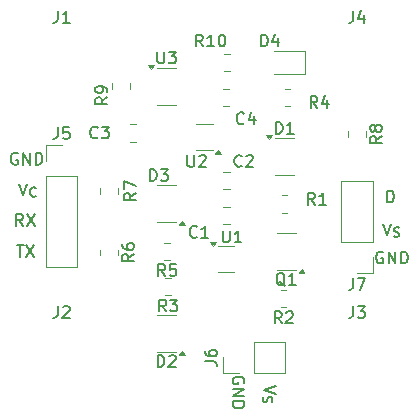
<source format=gbr>
%TF.GenerationSoftware,KiCad,Pcbnew,8.0.1*%
%TF.CreationDate,2024-11-19T12:42:29-08:00*%
%TF.ProjectId,DuplexUARTtoHalf,4475706c-6578-4554-9152-54746f48616c,rev?*%
%TF.SameCoordinates,Original*%
%TF.FileFunction,Legend,Top*%
%TF.FilePolarity,Positive*%
%FSLAX46Y46*%
G04 Gerber Fmt 4.6, Leading zero omitted, Abs format (unit mm)*
G04 Created by KiCad (PCBNEW 8.0.1) date 2024-11-19 12:42:29*
%MOMM*%
%LPD*%
G01*
G04 APERTURE LIST*
%ADD10C,0.150000*%
%ADD11C,0.120000*%
G04 APERTURE END LIST*
D10*
X172536779Y-86869819D02*
X172536779Y-85869819D01*
X172536779Y-85869819D02*
X172774874Y-85869819D01*
X172774874Y-85869819D02*
X172917731Y-85917438D01*
X172917731Y-85917438D02*
X173012969Y-86012676D01*
X173012969Y-86012676D02*
X173060588Y-86107914D01*
X173060588Y-86107914D02*
X173108207Y-86298390D01*
X173108207Y-86298390D02*
X173108207Y-86441247D01*
X173108207Y-86441247D02*
X173060588Y-86631723D01*
X173060588Y-86631723D02*
X173012969Y-86726961D01*
X173012969Y-86726961D02*
X172917731Y-86822200D01*
X172917731Y-86822200D02*
X172774874Y-86869819D01*
X172774874Y-86869819D02*
X172536779Y-86869819D01*
X172193922Y-88669819D02*
X172527255Y-89669819D01*
X172527255Y-89669819D02*
X172860588Y-88669819D01*
X173108207Y-89742200D02*
X173222493Y-89780295D01*
X173222493Y-89780295D02*
X173412969Y-89780295D01*
X173412969Y-89780295D02*
X173489160Y-89742200D01*
X173489160Y-89742200D02*
X173527255Y-89704104D01*
X173527255Y-89704104D02*
X173565350Y-89627914D01*
X173565350Y-89627914D02*
X173565350Y-89551723D01*
X173565350Y-89551723D02*
X173527255Y-89475533D01*
X173527255Y-89475533D02*
X173489160Y-89437438D01*
X173489160Y-89437438D02*
X173412969Y-89399342D01*
X173412969Y-89399342D02*
X173260588Y-89361247D01*
X173260588Y-89361247D02*
X173184398Y-89323152D01*
X173184398Y-89323152D02*
X173146303Y-89285057D01*
X173146303Y-89285057D02*
X173108207Y-89208866D01*
X173108207Y-89208866D02*
X173108207Y-89132676D01*
X173108207Y-89132676D02*
X173146303Y-89056485D01*
X173146303Y-89056485D02*
X173184398Y-89018390D01*
X173184398Y-89018390D02*
X173260588Y-88980295D01*
X173260588Y-88980295D02*
X173451065Y-88980295D01*
X173451065Y-88980295D02*
X173565350Y-89018390D01*
X163130180Y-102393922D02*
X162130180Y-102727255D01*
X162130180Y-102727255D02*
X163130180Y-103060588D01*
X162057800Y-103308207D02*
X162019704Y-103422493D01*
X162019704Y-103422493D02*
X162019704Y-103612969D01*
X162019704Y-103612969D02*
X162057800Y-103689160D01*
X162057800Y-103689160D02*
X162095895Y-103727255D01*
X162095895Y-103727255D02*
X162172085Y-103765350D01*
X162172085Y-103765350D02*
X162248276Y-103765350D01*
X162248276Y-103765350D02*
X162324466Y-103727255D01*
X162324466Y-103727255D02*
X162362561Y-103689160D01*
X162362561Y-103689160D02*
X162400657Y-103612969D01*
X162400657Y-103612969D02*
X162438752Y-103460588D01*
X162438752Y-103460588D02*
X162476847Y-103384398D01*
X162476847Y-103384398D02*
X162514942Y-103346303D01*
X162514942Y-103346303D02*
X162591133Y-103308207D01*
X162591133Y-103308207D02*
X162667323Y-103308207D01*
X162667323Y-103308207D02*
X162743514Y-103346303D01*
X162743514Y-103346303D02*
X162781609Y-103384398D01*
X162781609Y-103384398D02*
X162819704Y-103460588D01*
X162819704Y-103460588D02*
X162819704Y-103651065D01*
X162819704Y-103651065D02*
X162781609Y-103765350D01*
X141193922Y-90469819D02*
X141765350Y-90469819D01*
X141479636Y-91469819D02*
X141479636Y-90469819D01*
X142003446Y-90469819D02*
X142670112Y-91469819D01*
X142670112Y-90469819D02*
X142003446Y-91469819D01*
X141708207Y-88869819D02*
X141374874Y-88393628D01*
X141136779Y-88869819D02*
X141136779Y-87869819D01*
X141136779Y-87869819D02*
X141517731Y-87869819D01*
X141517731Y-87869819D02*
X141612969Y-87917438D01*
X141612969Y-87917438D02*
X141660588Y-87965057D01*
X141660588Y-87965057D02*
X141708207Y-88060295D01*
X141708207Y-88060295D02*
X141708207Y-88203152D01*
X141708207Y-88203152D02*
X141660588Y-88298390D01*
X141660588Y-88298390D02*
X141612969Y-88346009D01*
X141612969Y-88346009D02*
X141517731Y-88393628D01*
X141517731Y-88393628D02*
X141136779Y-88393628D01*
X142041541Y-87869819D02*
X142708207Y-88869819D01*
X142708207Y-87869819D02*
X142041541Y-88869819D01*
X141393922Y-85269819D02*
X141727255Y-86269819D01*
X141727255Y-86269819D02*
X142060588Y-85269819D01*
X142803446Y-86304104D02*
X142765350Y-86342200D01*
X142765350Y-86342200D02*
X142651065Y-86380295D01*
X142651065Y-86380295D02*
X142574874Y-86380295D01*
X142574874Y-86380295D02*
X142460588Y-86342200D01*
X142460588Y-86342200D02*
X142384398Y-86266009D01*
X142384398Y-86266009D02*
X142346303Y-86189819D01*
X142346303Y-86189819D02*
X142308207Y-86037438D01*
X142308207Y-86037438D02*
X142308207Y-85923152D01*
X142308207Y-85923152D02*
X142346303Y-85770771D01*
X142346303Y-85770771D02*
X142384398Y-85694580D01*
X142384398Y-85694580D02*
X142460588Y-85618390D01*
X142460588Y-85618390D02*
X142574874Y-85580295D01*
X142574874Y-85580295D02*
X142651065Y-85580295D01*
X142651065Y-85580295D02*
X142765350Y-85618390D01*
X142765350Y-85618390D02*
X142803446Y-85656485D01*
X141260588Y-82717438D02*
X141165350Y-82669819D01*
X141165350Y-82669819D02*
X141022493Y-82669819D01*
X141022493Y-82669819D02*
X140879636Y-82717438D01*
X140879636Y-82717438D02*
X140784398Y-82812676D01*
X140784398Y-82812676D02*
X140736779Y-82907914D01*
X140736779Y-82907914D02*
X140689160Y-83098390D01*
X140689160Y-83098390D02*
X140689160Y-83241247D01*
X140689160Y-83241247D02*
X140736779Y-83431723D01*
X140736779Y-83431723D02*
X140784398Y-83526961D01*
X140784398Y-83526961D02*
X140879636Y-83622200D01*
X140879636Y-83622200D02*
X141022493Y-83669819D01*
X141022493Y-83669819D02*
X141117731Y-83669819D01*
X141117731Y-83669819D02*
X141260588Y-83622200D01*
X141260588Y-83622200D02*
X141308207Y-83574580D01*
X141308207Y-83574580D02*
X141308207Y-83241247D01*
X141308207Y-83241247D02*
X141117731Y-83241247D01*
X141736779Y-83669819D02*
X141736779Y-82669819D01*
X141736779Y-82669819D02*
X142308207Y-83669819D01*
X142308207Y-83669819D02*
X142308207Y-82669819D01*
X142784398Y-83669819D02*
X142784398Y-82669819D01*
X142784398Y-82669819D02*
X143022493Y-82669819D01*
X143022493Y-82669819D02*
X143165350Y-82717438D01*
X143165350Y-82717438D02*
X143260588Y-82812676D01*
X143260588Y-82812676D02*
X143308207Y-82907914D01*
X143308207Y-82907914D02*
X143355826Y-83098390D01*
X143355826Y-83098390D02*
X143355826Y-83241247D01*
X143355826Y-83241247D02*
X143308207Y-83431723D01*
X143308207Y-83431723D02*
X143260588Y-83526961D01*
X143260588Y-83526961D02*
X143165350Y-83622200D01*
X143165350Y-83622200D02*
X143022493Y-83669819D01*
X143022493Y-83669819D02*
X142784398Y-83669819D01*
X160417561Y-102190588D02*
X160465180Y-102095350D01*
X160465180Y-102095350D02*
X160465180Y-101952493D01*
X160465180Y-101952493D02*
X160417561Y-101809636D01*
X160417561Y-101809636D02*
X160322323Y-101714398D01*
X160322323Y-101714398D02*
X160227085Y-101666779D01*
X160227085Y-101666779D02*
X160036609Y-101619160D01*
X160036609Y-101619160D02*
X159893752Y-101619160D01*
X159893752Y-101619160D02*
X159703276Y-101666779D01*
X159703276Y-101666779D02*
X159608038Y-101714398D01*
X159608038Y-101714398D02*
X159512800Y-101809636D01*
X159512800Y-101809636D02*
X159465180Y-101952493D01*
X159465180Y-101952493D02*
X159465180Y-102047731D01*
X159465180Y-102047731D02*
X159512800Y-102190588D01*
X159512800Y-102190588D02*
X159560419Y-102238207D01*
X159560419Y-102238207D02*
X159893752Y-102238207D01*
X159893752Y-102238207D02*
X159893752Y-102047731D01*
X159465180Y-102666779D02*
X160465180Y-102666779D01*
X160465180Y-102666779D02*
X159465180Y-103238207D01*
X159465180Y-103238207D02*
X160465180Y-103238207D01*
X159465180Y-103714398D02*
X160465180Y-103714398D01*
X160465180Y-103714398D02*
X160465180Y-103952493D01*
X160465180Y-103952493D02*
X160417561Y-104095350D01*
X160417561Y-104095350D02*
X160322323Y-104190588D01*
X160322323Y-104190588D02*
X160227085Y-104238207D01*
X160227085Y-104238207D02*
X160036609Y-104285826D01*
X160036609Y-104285826D02*
X159893752Y-104285826D01*
X159893752Y-104285826D02*
X159703276Y-104238207D01*
X159703276Y-104238207D02*
X159608038Y-104190588D01*
X159608038Y-104190588D02*
X159512800Y-104095350D01*
X159512800Y-104095350D02*
X159465180Y-103952493D01*
X159465180Y-103952493D02*
X159465180Y-103714398D01*
X172190588Y-91082438D02*
X172095350Y-91034819D01*
X172095350Y-91034819D02*
X171952493Y-91034819D01*
X171952493Y-91034819D02*
X171809636Y-91082438D01*
X171809636Y-91082438D02*
X171714398Y-91177676D01*
X171714398Y-91177676D02*
X171666779Y-91272914D01*
X171666779Y-91272914D02*
X171619160Y-91463390D01*
X171619160Y-91463390D02*
X171619160Y-91606247D01*
X171619160Y-91606247D02*
X171666779Y-91796723D01*
X171666779Y-91796723D02*
X171714398Y-91891961D01*
X171714398Y-91891961D02*
X171809636Y-91987200D01*
X171809636Y-91987200D02*
X171952493Y-92034819D01*
X171952493Y-92034819D02*
X172047731Y-92034819D01*
X172047731Y-92034819D02*
X172190588Y-91987200D01*
X172190588Y-91987200D02*
X172238207Y-91939580D01*
X172238207Y-91939580D02*
X172238207Y-91606247D01*
X172238207Y-91606247D02*
X172047731Y-91606247D01*
X172666779Y-92034819D02*
X172666779Y-91034819D01*
X172666779Y-91034819D02*
X173238207Y-92034819D01*
X173238207Y-92034819D02*
X173238207Y-91034819D01*
X173714398Y-92034819D02*
X173714398Y-91034819D01*
X173714398Y-91034819D02*
X173952493Y-91034819D01*
X173952493Y-91034819D02*
X174095350Y-91082438D01*
X174095350Y-91082438D02*
X174190588Y-91177676D01*
X174190588Y-91177676D02*
X174238207Y-91272914D01*
X174238207Y-91272914D02*
X174285826Y-91463390D01*
X174285826Y-91463390D02*
X174285826Y-91606247D01*
X174285826Y-91606247D02*
X174238207Y-91796723D01*
X174238207Y-91796723D02*
X174190588Y-91891961D01*
X174190588Y-91891961D02*
X174095350Y-91987200D01*
X174095350Y-91987200D02*
X173952493Y-92034819D01*
X173952493Y-92034819D02*
X173714398Y-92034819D01*
X153100595Y-74104819D02*
X153100595Y-74914342D01*
X153100595Y-74914342D02*
X153148214Y-75009580D01*
X153148214Y-75009580D02*
X153195833Y-75057200D01*
X153195833Y-75057200D02*
X153291071Y-75104819D01*
X153291071Y-75104819D02*
X153481547Y-75104819D01*
X153481547Y-75104819D02*
X153576785Y-75057200D01*
X153576785Y-75057200D02*
X153624404Y-75009580D01*
X153624404Y-75009580D02*
X153672023Y-74914342D01*
X153672023Y-74914342D02*
X153672023Y-74104819D01*
X154052976Y-74104819D02*
X154672023Y-74104819D01*
X154672023Y-74104819D02*
X154338690Y-74485771D01*
X154338690Y-74485771D02*
X154481547Y-74485771D01*
X154481547Y-74485771D02*
X154576785Y-74533390D01*
X154576785Y-74533390D02*
X154624404Y-74581009D01*
X154624404Y-74581009D02*
X154672023Y-74676247D01*
X154672023Y-74676247D02*
X154672023Y-74914342D01*
X154672023Y-74914342D02*
X154624404Y-75009580D01*
X154624404Y-75009580D02*
X154576785Y-75057200D01*
X154576785Y-75057200D02*
X154481547Y-75104819D01*
X154481547Y-75104819D02*
X154195833Y-75104819D01*
X154195833Y-75104819D02*
X154100595Y-75057200D01*
X154100595Y-75057200D02*
X154052976Y-75009580D01*
X155638095Y-82854819D02*
X155638095Y-83664342D01*
X155638095Y-83664342D02*
X155685714Y-83759580D01*
X155685714Y-83759580D02*
X155733333Y-83807200D01*
X155733333Y-83807200D02*
X155828571Y-83854819D01*
X155828571Y-83854819D02*
X156019047Y-83854819D01*
X156019047Y-83854819D02*
X156114285Y-83807200D01*
X156114285Y-83807200D02*
X156161904Y-83759580D01*
X156161904Y-83759580D02*
X156209523Y-83664342D01*
X156209523Y-83664342D02*
X156209523Y-82854819D01*
X156638095Y-82950057D02*
X156685714Y-82902438D01*
X156685714Y-82902438D02*
X156780952Y-82854819D01*
X156780952Y-82854819D02*
X157019047Y-82854819D01*
X157019047Y-82854819D02*
X157114285Y-82902438D01*
X157114285Y-82902438D02*
X157161904Y-82950057D01*
X157161904Y-82950057D02*
X157209523Y-83045295D01*
X157209523Y-83045295D02*
X157209523Y-83140533D01*
X157209523Y-83140533D02*
X157161904Y-83283390D01*
X157161904Y-83283390D02*
X156590476Y-83854819D01*
X156590476Y-83854819D02*
X157209523Y-83854819D01*
X158638095Y-89254819D02*
X158638095Y-90064342D01*
X158638095Y-90064342D02*
X158685714Y-90159580D01*
X158685714Y-90159580D02*
X158733333Y-90207200D01*
X158733333Y-90207200D02*
X158828571Y-90254819D01*
X158828571Y-90254819D02*
X159019047Y-90254819D01*
X159019047Y-90254819D02*
X159114285Y-90207200D01*
X159114285Y-90207200D02*
X159161904Y-90159580D01*
X159161904Y-90159580D02*
X159209523Y-90064342D01*
X159209523Y-90064342D02*
X159209523Y-89254819D01*
X160209523Y-90254819D02*
X159638095Y-90254819D01*
X159923809Y-90254819D02*
X159923809Y-89254819D01*
X159923809Y-89254819D02*
X159828571Y-89397676D01*
X159828571Y-89397676D02*
X159733333Y-89492914D01*
X159733333Y-89492914D02*
X159638095Y-89540533D01*
X156957142Y-73654819D02*
X156623809Y-73178628D01*
X156385714Y-73654819D02*
X156385714Y-72654819D01*
X156385714Y-72654819D02*
X156766666Y-72654819D01*
X156766666Y-72654819D02*
X156861904Y-72702438D01*
X156861904Y-72702438D02*
X156909523Y-72750057D01*
X156909523Y-72750057D02*
X156957142Y-72845295D01*
X156957142Y-72845295D02*
X156957142Y-72988152D01*
X156957142Y-72988152D02*
X156909523Y-73083390D01*
X156909523Y-73083390D02*
X156861904Y-73131009D01*
X156861904Y-73131009D02*
X156766666Y-73178628D01*
X156766666Y-73178628D02*
X156385714Y-73178628D01*
X157909523Y-73654819D02*
X157338095Y-73654819D01*
X157623809Y-73654819D02*
X157623809Y-72654819D01*
X157623809Y-72654819D02*
X157528571Y-72797676D01*
X157528571Y-72797676D02*
X157433333Y-72892914D01*
X157433333Y-72892914D02*
X157338095Y-72940533D01*
X158528571Y-72654819D02*
X158623809Y-72654819D01*
X158623809Y-72654819D02*
X158719047Y-72702438D01*
X158719047Y-72702438D02*
X158766666Y-72750057D01*
X158766666Y-72750057D02*
X158814285Y-72845295D01*
X158814285Y-72845295D02*
X158861904Y-73035771D01*
X158861904Y-73035771D02*
X158861904Y-73273866D01*
X158861904Y-73273866D02*
X158814285Y-73464342D01*
X158814285Y-73464342D02*
X158766666Y-73559580D01*
X158766666Y-73559580D02*
X158719047Y-73607200D01*
X158719047Y-73607200D02*
X158623809Y-73654819D01*
X158623809Y-73654819D02*
X158528571Y-73654819D01*
X158528571Y-73654819D02*
X158433333Y-73607200D01*
X158433333Y-73607200D02*
X158385714Y-73559580D01*
X158385714Y-73559580D02*
X158338095Y-73464342D01*
X158338095Y-73464342D02*
X158290476Y-73273866D01*
X158290476Y-73273866D02*
X158290476Y-73035771D01*
X158290476Y-73035771D02*
X158338095Y-72845295D01*
X158338095Y-72845295D02*
X158385714Y-72750057D01*
X158385714Y-72750057D02*
X158433333Y-72702438D01*
X158433333Y-72702438D02*
X158528571Y-72654819D01*
X148854819Y-77966666D02*
X148378628Y-78299999D01*
X148854819Y-78538094D02*
X147854819Y-78538094D01*
X147854819Y-78538094D02*
X147854819Y-78157142D01*
X147854819Y-78157142D02*
X147902438Y-78061904D01*
X147902438Y-78061904D02*
X147950057Y-78014285D01*
X147950057Y-78014285D02*
X148045295Y-77966666D01*
X148045295Y-77966666D02*
X148188152Y-77966666D01*
X148188152Y-77966666D02*
X148283390Y-78014285D01*
X148283390Y-78014285D02*
X148331009Y-78061904D01*
X148331009Y-78061904D02*
X148378628Y-78157142D01*
X148378628Y-78157142D02*
X148378628Y-78538094D01*
X148854819Y-77490475D02*
X148854819Y-77299999D01*
X148854819Y-77299999D02*
X148807200Y-77204761D01*
X148807200Y-77204761D02*
X148759580Y-77157142D01*
X148759580Y-77157142D02*
X148616723Y-77061904D01*
X148616723Y-77061904D02*
X148426247Y-77014285D01*
X148426247Y-77014285D02*
X148045295Y-77014285D01*
X148045295Y-77014285D02*
X147950057Y-77061904D01*
X147950057Y-77061904D02*
X147902438Y-77109523D01*
X147902438Y-77109523D02*
X147854819Y-77204761D01*
X147854819Y-77204761D02*
X147854819Y-77395237D01*
X147854819Y-77395237D02*
X147902438Y-77490475D01*
X147902438Y-77490475D02*
X147950057Y-77538094D01*
X147950057Y-77538094D02*
X148045295Y-77585713D01*
X148045295Y-77585713D02*
X148283390Y-77585713D01*
X148283390Y-77585713D02*
X148378628Y-77538094D01*
X148378628Y-77538094D02*
X148426247Y-77490475D01*
X148426247Y-77490475D02*
X148473866Y-77395237D01*
X148473866Y-77395237D02*
X148473866Y-77204761D01*
X148473866Y-77204761D02*
X148426247Y-77109523D01*
X148426247Y-77109523D02*
X148378628Y-77061904D01*
X148378628Y-77061904D02*
X148283390Y-77014285D01*
X172104819Y-81254166D02*
X171628628Y-81587499D01*
X172104819Y-81825594D02*
X171104819Y-81825594D01*
X171104819Y-81825594D02*
X171104819Y-81444642D01*
X171104819Y-81444642D02*
X171152438Y-81349404D01*
X171152438Y-81349404D02*
X171200057Y-81301785D01*
X171200057Y-81301785D02*
X171295295Y-81254166D01*
X171295295Y-81254166D02*
X171438152Y-81254166D01*
X171438152Y-81254166D02*
X171533390Y-81301785D01*
X171533390Y-81301785D02*
X171581009Y-81349404D01*
X171581009Y-81349404D02*
X171628628Y-81444642D01*
X171628628Y-81444642D02*
X171628628Y-81825594D01*
X171533390Y-80682737D02*
X171485771Y-80777975D01*
X171485771Y-80777975D02*
X171438152Y-80825594D01*
X171438152Y-80825594D02*
X171342914Y-80873213D01*
X171342914Y-80873213D02*
X171295295Y-80873213D01*
X171295295Y-80873213D02*
X171200057Y-80825594D01*
X171200057Y-80825594D02*
X171152438Y-80777975D01*
X171152438Y-80777975D02*
X171104819Y-80682737D01*
X171104819Y-80682737D02*
X171104819Y-80492261D01*
X171104819Y-80492261D02*
X171152438Y-80397023D01*
X171152438Y-80397023D02*
X171200057Y-80349404D01*
X171200057Y-80349404D02*
X171295295Y-80301785D01*
X171295295Y-80301785D02*
X171342914Y-80301785D01*
X171342914Y-80301785D02*
X171438152Y-80349404D01*
X171438152Y-80349404D02*
X171485771Y-80397023D01*
X171485771Y-80397023D02*
X171533390Y-80492261D01*
X171533390Y-80492261D02*
X171533390Y-80682737D01*
X171533390Y-80682737D02*
X171581009Y-80777975D01*
X171581009Y-80777975D02*
X171628628Y-80825594D01*
X171628628Y-80825594D02*
X171723866Y-80873213D01*
X171723866Y-80873213D02*
X171914342Y-80873213D01*
X171914342Y-80873213D02*
X172009580Y-80825594D01*
X172009580Y-80825594D02*
X172057200Y-80777975D01*
X172057200Y-80777975D02*
X172104819Y-80682737D01*
X172104819Y-80682737D02*
X172104819Y-80492261D01*
X172104819Y-80492261D02*
X172057200Y-80397023D01*
X172057200Y-80397023D02*
X172009580Y-80349404D01*
X172009580Y-80349404D02*
X171914342Y-80301785D01*
X171914342Y-80301785D02*
X171723866Y-80301785D01*
X171723866Y-80301785D02*
X171628628Y-80349404D01*
X171628628Y-80349404D02*
X171581009Y-80397023D01*
X171581009Y-80397023D02*
X171533390Y-80492261D01*
X151254819Y-86079166D02*
X150778628Y-86412499D01*
X151254819Y-86650594D02*
X150254819Y-86650594D01*
X150254819Y-86650594D02*
X150254819Y-86269642D01*
X150254819Y-86269642D02*
X150302438Y-86174404D01*
X150302438Y-86174404D02*
X150350057Y-86126785D01*
X150350057Y-86126785D02*
X150445295Y-86079166D01*
X150445295Y-86079166D02*
X150588152Y-86079166D01*
X150588152Y-86079166D02*
X150683390Y-86126785D01*
X150683390Y-86126785D02*
X150731009Y-86174404D01*
X150731009Y-86174404D02*
X150778628Y-86269642D01*
X150778628Y-86269642D02*
X150778628Y-86650594D01*
X150254819Y-85745832D02*
X150254819Y-85079166D01*
X150254819Y-85079166D02*
X151254819Y-85507737D01*
X151104819Y-91254166D02*
X150628628Y-91587499D01*
X151104819Y-91825594D02*
X150104819Y-91825594D01*
X150104819Y-91825594D02*
X150104819Y-91444642D01*
X150104819Y-91444642D02*
X150152438Y-91349404D01*
X150152438Y-91349404D02*
X150200057Y-91301785D01*
X150200057Y-91301785D02*
X150295295Y-91254166D01*
X150295295Y-91254166D02*
X150438152Y-91254166D01*
X150438152Y-91254166D02*
X150533390Y-91301785D01*
X150533390Y-91301785D02*
X150581009Y-91349404D01*
X150581009Y-91349404D02*
X150628628Y-91444642D01*
X150628628Y-91444642D02*
X150628628Y-91825594D01*
X150104819Y-90397023D02*
X150104819Y-90587499D01*
X150104819Y-90587499D02*
X150152438Y-90682737D01*
X150152438Y-90682737D02*
X150200057Y-90730356D01*
X150200057Y-90730356D02*
X150342914Y-90825594D01*
X150342914Y-90825594D02*
X150533390Y-90873213D01*
X150533390Y-90873213D02*
X150914342Y-90873213D01*
X150914342Y-90873213D02*
X151009580Y-90825594D01*
X151009580Y-90825594D02*
X151057200Y-90777975D01*
X151057200Y-90777975D02*
X151104819Y-90682737D01*
X151104819Y-90682737D02*
X151104819Y-90492261D01*
X151104819Y-90492261D02*
X151057200Y-90397023D01*
X151057200Y-90397023D02*
X151009580Y-90349404D01*
X151009580Y-90349404D02*
X150914342Y-90301785D01*
X150914342Y-90301785D02*
X150676247Y-90301785D01*
X150676247Y-90301785D02*
X150581009Y-90349404D01*
X150581009Y-90349404D02*
X150533390Y-90397023D01*
X150533390Y-90397023D02*
X150485771Y-90492261D01*
X150485771Y-90492261D02*
X150485771Y-90682737D01*
X150485771Y-90682737D02*
X150533390Y-90777975D01*
X150533390Y-90777975D02*
X150581009Y-90825594D01*
X150581009Y-90825594D02*
X150676247Y-90873213D01*
X153745833Y-93104819D02*
X153412500Y-92628628D01*
X153174405Y-93104819D02*
X153174405Y-92104819D01*
X153174405Y-92104819D02*
X153555357Y-92104819D01*
X153555357Y-92104819D02*
X153650595Y-92152438D01*
X153650595Y-92152438D02*
X153698214Y-92200057D01*
X153698214Y-92200057D02*
X153745833Y-92295295D01*
X153745833Y-92295295D02*
X153745833Y-92438152D01*
X153745833Y-92438152D02*
X153698214Y-92533390D01*
X153698214Y-92533390D02*
X153650595Y-92581009D01*
X153650595Y-92581009D02*
X153555357Y-92628628D01*
X153555357Y-92628628D02*
X153174405Y-92628628D01*
X154650595Y-92104819D02*
X154174405Y-92104819D01*
X154174405Y-92104819D02*
X154126786Y-92581009D01*
X154126786Y-92581009D02*
X154174405Y-92533390D01*
X154174405Y-92533390D02*
X154269643Y-92485771D01*
X154269643Y-92485771D02*
X154507738Y-92485771D01*
X154507738Y-92485771D02*
X154602976Y-92533390D01*
X154602976Y-92533390D02*
X154650595Y-92581009D01*
X154650595Y-92581009D02*
X154698214Y-92676247D01*
X154698214Y-92676247D02*
X154698214Y-92914342D01*
X154698214Y-92914342D02*
X154650595Y-93009580D01*
X154650595Y-93009580D02*
X154602976Y-93057200D01*
X154602976Y-93057200D02*
X154507738Y-93104819D01*
X154507738Y-93104819D02*
X154269643Y-93104819D01*
X154269643Y-93104819D02*
X154174405Y-93057200D01*
X154174405Y-93057200D02*
X154126786Y-93009580D01*
X166633333Y-78854819D02*
X166300000Y-78378628D01*
X166061905Y-78854819D02*
X166061905Y-77854819D01*
X166061905Y-77854819D02*
X166442857Y-77854819D01*
X166442857Y-77854819D02*
X166538095Y-77902438D01*
X166538095Y-77902438D02*
X166585714Y-77950057D01*
X166585714Y-77950057D02*
X166633333Y-78045295D01*
X166633333Y-78045295D02*
X166633333Y-78188152D01*
X166633333Y-78188152D02*
X166585714Y-78283390D01*
X166585714Y-78283390D02*
X166538095Y-78331009D01*
X166538095Y-78331009D02*
X166442857Y-78378628D01*
X166442857Y-78378628D02*
X166061905Y-78378628D01*
X167490476Y-78188152D02*
X167490476Y-78854819D01*
X167252381Y-77807200D02*
X167014286Y-78521485D01*
X167014286Y-78521485D02*
X167633333Y-78521485D01*
X153833333Y-96104819D02*
X153500000Y-95628628D01*
X153261905Y-96104819D02*
X153261905Y-95104819D01*
X153261905Y-95104819D02*
X153642857Y-95104819D01*
X153642857Y-95104819D02*
X153738095Y-95152438D01*
X153738095Y-95152438D02*
X153785714Y-95200057D01*
X153785714Y-95200057D02*
X153833333Y-95295295D01*
X153833333Y-95295295D02*
X153833333Y-95438152D01*
X153833333Y-95438152D02*
X153785714Y-95533390D01*
X153785714Y-95533390D02*
X153738095Y-95581009D01*
X153738095Y-95581009D02*
X153642857Y-95628628D01*
X153642857Y-95628628D02*
X153261905Y-95628628D01*
X154166667Y-95104819D02*
X154785714Y-95104819D01*
X154785714Y-95104819D02*
X154452381Y-95485771D01*
X154452381Y-95485771D02*
X154595238Y-95485771D01*
X154595238Y-95485771D02*
X154690476Y-95533390D01*
X154690476Y-95533390D02*
X154738095Y-95581009D01*
X154738095Y-95581009D02*
X154785714Y-95676247D01*
X154785714Y-95676247D02*
X154785714Y-95914342D01*
X154785714Y-95914342D02*
X154738095Y-96009580D01*
X154738095Y-96009580D02*
X154690476Y-96057200D01*
X154690476Y-96057200D02*
X154595238Y-96104819D01*
X154595238Y-96104819D02*
X154309524Y-96104819D01*
X154309524Y-96104819D02*
X154214286Y-96057200D01*
X154214286Y-96057200D02*
X154166667Y-96009580D01*
X163608333Y-97104819D02*
X163275000Y-96628628D01*
X163036905Y-97104819D02*
X163036905Y-96104819D01*
X163036905Y-96104819D02*
X163417857Y-96104819D01*
X163417857Y-96104819D02*
X163513095Y-96152438D01*
X163513095Y-96152438D02*
X163560714Y-96200057D01*
X163560714Y-96200057D02*
X163608333Y-96295295D01*
X163608333Y-96295295D02*
X163608333Y-96438152D01*
X163608333Y-96438152D02*
X163560714Y-96533390D01*
X163560714Y-96533390D02*
X163513095Y-96581009D01*
X163513095Y-96581009D02*
X163417857Y-96628628D01*
X163417857Y-96628628D02*
X163036905Y-96628628D01*
X163989286Y-96200057D02*
X164036905Y-96152438D01*
X164036905Y-96152438D02*
X164132143Y-96104819D01*
X164132143Y-96104819D02*
X164370238Y-96104819D01*
X164370238Y-96104819D02*
X164465476Y-96152438D01*
X164465476Y-96152438D02*
X164513095Y-96200057D01*
X164513095Y-96200057D02*
X164560714Y-96295295D01*
X164560714Y-96295295D02*
X164560714Y-96390533D01*
X164560714Y-96390533D02*
X164513095Y-96533390D01*
X164513095Y-96533390D02*
X163941667Y-97104819D01*
X163941667Y-97104819D02*
X164560714Y-97104819D01*
X166433333Y-87054819D02*
X166100000Y-86578628D01*
X165861905Y-87054819D02*
X165861905Y-86054819D01*
X165861905Y-86054819D02*
X166242857Y-86054819D01*
X166242857Y-86054819D02*
X166338095Y-86102438D01*
X166338095Y-86102438D02*
X166385714Y-86150057D01*
X166385714Y-86150057D02*
X166433333Y-86245295D01*
X166433333Y-86245295D02*
X166433333Y-86388152D01*
X166433333Y-86388152D02*
X166385714Y-86483390D01*
X166385714Y-86483390D02*
X166338095Y-86531009D01*
X166338095Y-86531009D02*
X166242857Y-86578628D01*
X166242857Y-86578628D02*
X165861905Y-86578628D01*
X167385714Y-87054819D02*
X166814286Y-87054819D01*
X167100000Y-87054819D02*
X167100000Y-86054819D01*
X167100000Y-86054819D02*
X167004762Y-86197676D01*
X167004762Y-86197676D02*
X166909524Y-86292914D01*
X166909524Y-86292914D02*
X166814286Y-86340533D01*
X163904761Y-93950057D02*
X163809523Y-93902438D01*
X163809523Y-93902438D02*
X163714285Y-93807200D01*
X163714285Y-93807200D02*
X163571428Y-93664342D01*
X163571428Y-93664342D02*
X163476190Y-93616723D01*
X163476190Y-93616723D02*
X163380952Y-93616723D01*
X163428571Y-93854819D02*
X163333333Y-93807200D01*
X163333333Y-93807200D02*
X163238095Y-93711961D01*
X163238095Y-93711961D02*
X163190476Y-93521485D01*
X163190476Y-93521485D02*
X163190476Y-93188152D01*
X163190476Y-93188152D02*
X163238095Y-92997676D01*
X163238095Y-92997676D02*
X163333333Y-92902438D01*
X163333333Y-92902438D02*
X163428571Y-92854819D01*
X163428571Y-92854819D02*
X163619047Y-92854819D01*
X163619047Y-92854819D02*
X163714285Y-92902438D01*
X163714285Y-92902438D02*
X163809523Y-92997676D01*
X163809523Y-92997676D02*
X163857142Y-93188152D01*
X163857142Y-93188152D02*
X163857142Y-93521485D01*
X163857142Y-93521485D02*
X163809523Y-93711961D01*
X163809523Y-93711961D02*
X163714285Y-93807200D01*
X163714285Y-93807200D02*
X163619047Y-93854819D01*
X163619047Y-93854819D02*
X163428571Y-93854819D01*
X164809523Y-93854819D02*
X164238095Y-93854819D01*
X164523809Y-93854819D02*
X164523809Y-92854819D01*
X164523809Y-92854819D02*
X164428571Y-92997676D01*
X164428571Y-92997676D02*
X164333333Y-93092914D01*
X164333333Y-93092914D02*
X164238095Y-93140533D01*
X169666666Y-93284819D02*
X169666666Y-93999104D01*
X169666666Y-93999104D02*
X169619047Y-94141961D01*
X169619047Y-94141961D02*
X169523809Y-94237200D01*
X169523809Y-94237200D02*
X169380952Y-94284819D01*
X169380952Y-94284819D02*
X169285714Y-94284819D01*
X170047619Y-93284819D02*
X170714285Y-93284819D01*
X170714285Y-93284819D02*
X170285714Y-94284819D01*
X157124819Y-100333333D02*
X157839104Y-100333333D01*
X157839104Y-100333333D02*
X157981961Y-100380952D01*
X157981961Y-100380952D02*
X158077200Y-100476190D01*
X158077200Y-100476190D02*
X158124819Y-100619047D01*
X158124819Y-100619047D02*
X158124819Y-100714285D01*
X157124819Y-99428571D02*
X157124819Y-99619047D01*
X157124819Y-99619047D02*
X157172438Y-99714285D01*
X157172438Y-99714285D02*
X157220057Y-99761904D01*
X157220057Y-99761904D02*
X157362914Y-99857142D01*
X157362914Y-99857142D02*
X157553390Y-99904761D01*
X157553390Y-99904761D02*
X157934342Y-99904761D01*
X157934342Y-99904761D02*
X158029580Y-99857142D01*
X158029580Y-99857142D02*
X158077200Y-99809523D01*
X158077200Y-99809523D02*
X158124819Y-99714285D01*
X158124819Y-99714285D02*
X158124819Y-99523809D01*
X158124819Y-99523809D02*
X158077200Y-99428571D01*
X158077200Y-99428571D02*
X158029580Y-99380952D01*
X158029580Y-99380952D02*
X157934342Y-99333333D01*
X157934342Y-99333333D02*
X157696247Y-99333333D01*
X157696247Y-99333333D02*
X157601009Y-99380952D01*
X157601009Y-99380952D02*
X157553390Y-99428571D01*
X157553390Y-99428571D02*
X157505771Y-99523809D01*
X157505771Y-99523809D02*
X157505771Y-99714285D01*
X157505771Y-99714285D02*
X157553390Y-99809523D01*
X157553390Y-99809523D02*
X157601009Y-99857142D01*
X157601009Y-99857142D02*
X157696247Y-99904761D01*
X144666666Y-80504819D02*
X144666666Y-81219104D01*
X144666666Y-81219104D02*
X144619047Y-81361961D01*
X144619047Y-81361961D02*
X144523809Y-81457200D01*
X144523809Y-81457200D02*
X144380952Y-81504819D01*
X144380952Y-81504819D02*
X144285714Y-81504819D01*
X145619047Y-80504819D02*
X145142857Y-80504819D01*
X145142857Y-80504819D02*
X145095238Y-80981009D01*
X145095238Y-80981009D02*
X145142857Y-80933390D01*
X145142857Y-80933390D02*
X145238095Y-80885771D01*
X145238095Y-80885771D02*
X145476190Y-80885771D01*
X145476190Y-80885771D02*
X145571428Y-80933390D01*
X145571428Y-80933390D02*
X145619047Y-80981009D01*
X145619047Y-80981009D02*
X145666666Y-81076247D01*
X145666666Y-81076247D02*
X145666666Y-81314342D01*
X145666666Y-81314342D02*
X145619047Y-81409580D01*
X145619047Y-81409580D02*
X145571428Y-81457200D01*
X145571428Y-81457200D02*
X145476190Y-81504819D01*
X145476190Y-81504819D02*
X145238095Y-81504819D01*
X145238095Y-81504819D02*
X145142857Y-81457200D01*
X145142857Y-81457200D02*
X145095238Y-81409580D01*
X169666666Y-70654819D02*
X169666666Y-71369104D01*
X169666666Y-71369104D02*
X169619047Y-71511961D01*
X169619047Y-71511961D02*
X169523809Y-71607200D01*
X169523809Y-71607200D02*
X169380952Y-71654819D01*
X169380952Y-71654819D02*
X169285714Y-71654819D01*
X170571428Y-70988152D02*
X170571428Y-71654819D01*
X170333333Y-70607200D02*
X170095238Y-71321485D01*
X170095238Y-71321485D02*
X170714285Y-71321485D01*
X169666666Y-95654819D02*
X169666666Y-96369104D01*
X169666666Y-96369104D02*
X169619047Y-96511961D01*
X169619047Y-96511961D02*
X169523809Y-96607200D01*
X169523809Y-96607200D02*
X169380952Y-96654819D01*
X169380952Y-96654819D02*
X169285714Y-96654819D01*
X170047619Y-95654819D02*
X170666666Y-95654819D01*
X170666666Y-95654819D02*
X170333333Y-96035771D01*
X170333333Y-96035771D02*
X170476190Y-96035771D01*
X170476190Y-96035771D02*
X170571428Y-96083390D01*
X170571428Y-96083390D02*
X170619047Y-96131009D01*
X170619047Y-96131009D02*
X170666666Y-96226247D01*
X170666666Y-96226247D02*
X170666666Y-96464342D01*
X170666666Y-96464342D02*
X170619047Y-96559580D01*
X170619047Y-96559580D02*
X170571428Y-96607200D01*
X170571428Y-96607200D02*
X170476190Y-96654819D01*
X170476190Y-96654819D02*
X170190476Y-96654819D01*
X170190476Y-96654819D02*
X170095238Y-96607200D01*
X170095238Y-96607200D02*
X170047619Y-96559580D01*
X144666666Y-95654819D02*
X144666666Y-96369104D01*
X144666666Y-96369104D02*
X144619047Y-96511961D01*
X144619047Y-96511961D02*
X144523809Y-96607200D01*
X144523809Y-96607200D02*
X144380952Y-96654819D01*
X144380952Y-96654819D02*
X144285714Y-96654819D01*
X145095238Y-95750057D02*
X145142857Y-95702438D01*
X145142857Y-95702438D02*
X145238095Y-95654819D01*
X145238095Y-95654819D02*
X145476190Y-95654819D01*
X145476190Y-95654819D02*
X145571428Y-95702438D01*
X145571428Y-95702438D02*
X145619047Y-95750057D01*
X145619047Y-95750057D02*
X145666666Y-95845295D01*
X145666666Y-95845295D02*
X145666666Y-95940533D01*
X145666666Y-95940533D02*
X145619047Y-96083390D01*
X145619047Y-96083390D02*
X145047619Y-96654819D01*
X145047619Y-96654819D02*
X145666666Y-96654819D01*
X144666666Y-70654819D02*
X144666666Y-71369104D01*
X144666666Y-71369104D02*
X144619047Y-71511961D01*
X144619047Y-71511961D02*
X144523809Y-71607200D01*
X144523809Y-71607200D02*
X144380952Y-71654819D01*
X144380952Y-71654819D02*
X144285714Y-71654819D01*
X145666666Y-71654819D02*
X145095238Y-71654819D01*
X145380952Y-71654819D02*
X145380952Y-70654819D01*
X145380952Y-70654819D02*
X145285714Y-70797676D01*
X145285714Y-70797676D02*
X145190476Y-70892914D01*
X145190476Y-70892914D02*
X145095238Y-70940533D01*
X161861905Y-73654819D02*
X161861905Y-72654819D01*
X161861905Y-72654819D02*
X162100000Y-72654819D01*
X162100000Y-72654819D02*
X162242857Y-72702438D01*
X162242857Y-72702438D02*
X162338095Y-72797676D01*
X162338095Y-72797676D02*
X162385714Y-72892914D01*
X162385714Y-72892914D02*
X162433333Y-73083390D01*
X162433333Y-73083390D02*
X162433333Y-73226247D01*
X162433333Y-73226247D02*
X162385714Y-73416723D01*
X162385714Y-73416723D02*
X162338095Y-73511961D01*
X162338095Y-73511961D02*
X162242857Y-73607200D01*
X162242857Y-73607200D02*
X162100000Y-73654819D01*
X162100000Y-73654819D02*
X161861905Y-73654819D01*
X163290476Y-72988152D02*
X163290476Y-73654819D01*
X163052381Y-72607200D02*
X162814286Y-73321485D01*
X162814286Y-73321485D02*
X163433333Y-73321485D01*
X152461905Y-85054819D02*
X152461905Y-84054819D01*
X152461905Y-84054819D02*
X152700000Y-84054819D01*
X152700000Y-84054819D02*
X152842857Y-84102438D01*
X152842857Y-84102438D02*
X152938095Y-84197676D01*
X152938095Y-84197676D02*
X152985714Y-84292914D01*
X152985714Y-84292914D02*
X153033333Y-84483390D01*
X153033333Y-84483390D02*
X153033333Y-84626247D01*
X153033333Y-84626247D02*
X152985714Y-84816723D01*
X152985714Y-84816723D02*
X152938095Y-84911961D01*
X152938095Y-84911961D02*
X152842857Y-85007200D01*
X152842857Y-85007200D02*
X152700000Y-85054819D01*
X152700000Y-85054819D02*
X152461905Y-85054819D01*
X153366667Y-84054819D02*
X153985714Y-84054819D01*
X153985714Y-84054819D02*
X153652381Y-84435771D01*
X153652381Y-84435771D02*
X153795238Y-84435771D01*
X153795238Y-84435771D02*
X153890476Y-84483390D01*
X153890476Y-84483390D02*
X153938095Y-84531009D01*
X153938095Y-84531009D02*
X153985714Y-84626247D01*
X153985714Y-84626247D02*
X153985714Y-84864342D01*
X153985714Y-84864342D02*
X153938095Y-84959580D01*
X153938095Y-84959580D02*
X153890476Y-85007200D01*
X153890476Y-85007200D02*
X153795238Y-85054819D01*
X153795238Y-85054819D02*
X153509524Y-85054819D01*
X153509524Y-85054819D02*
X153414286Y-85007200D01*
X153414286Y-85007200D02*
X153366667Y-84959580D01*
X153124405Y-100804819D02*
X153124405Y-99804819D01*
X153124405Y-99804819D02*
X153362500Y-99804819D01*
X153362500Y-99804819D02*
X153505357Y-99852438D01*
X153505357Y-99852438D02*
X153600595Y-99947676D01*
X153600595Y-99947676D02*
X153648214Y-100042914D01*
X153648214Y-100042914D02*
X153695833Y-100233390D01*
X153695833Y-100233390D02*
X153695833Y-100376247D01*
X153695833Y-100376247D02*
X153648214Y-100566723D01*
X153648214Y-100566723D02*
X153600595Y-100661961D01*
X153600595Y-100661961D02*
X153505357Y-100757200D01*
X153505357Y-100757200D02*
X153362500Y-100804819D01*
X153362500Y-100804819D02*
X153124405Y-100804819D01*
X154076786Y-99900057D02*
X154124405Y-99852438D01*
X154124405Y-99852438D02*
X154219643Y-99804819D01*
X154219643Y-99804819D02*
X154457738Y-99804819D01*
X154457738Y-99804819D02*
X154552976Y-99852438D01*
X154552976Y-99852438D02*
X154600595Y-99900057D01*
X154600595Y-99900057D02*
X154648214Y-99995295D01*
X154648214Y-99995295D02*
X154648214Y-100090533D01*
X154648214Y-100090533D02*
X154600595Y-100233390D01*
X154600595Y-100233390D02*
X154029167Y-100804819D01*
X154029167Y-100804819D02*
X154648214Y-100804819D01*
X163124405Y-81054819D02*
X163124405Y-80054819D01*
X163124405Y-80054819D02*
X163362500Y-80054819D01*
X163362500Y-80054819D02*
X163505357Y-80102438D01*
X163505357Y-80102438D02*
X163600595Y-80197676D01*
X163600595Y-80197676D02*
X163648214Y-80292914D01*
X163648214Y-80292914D02*
X163695833Y-80483390D01*
X163695833Y-80483390D02*
X163695833Y-80626247D01*
X163695833Y-80626247D02*
X163648214Y-80816723D01*
X163648214Y-80816723D02*
X163600595Y-80911961D01*
X163600595Y-80911961D02*
X163505357Y-81007200D01*
X163505357Y-81007200D02*
X163362500Y-81054819D01*
X163362500Y-81054819D02*
X163124405Y-81054819D01*
X164648214Y-81054819D02*
X164076786Y-81054819D01*
X164362500Y-81054819D02*
X164362500Y-80054819D01*
X164362500Y-80054819D02*
X164267262Y-80197676D01*
X164267262Y-80197676D02*
X164172024Y-80292914D01*
X164172024Y-80292914D02*
X164076786Y-80340533D01*
X160433333Y-80159580D02*
X160385714Y-80207200D01*
X160385714Y-80207200D02*
X160242857Y-80254819D01*
X160242857Y-80254819D02*
X160147619Y-80254819D01*
X160147619Y-80254819D02*
X160004762Y-80207200D01*
X160004762Y-80207200D02*
X159909524Y-80111961D01*
X159909524Y-80111961D02*
X159861905Y-80016723D01*
X159861905Y-80016723D02*
X159814286Y-79826247D01*
X159814286Y-79826247D02*
X159814286Y-79683390D01*
X159814286Y-79683390D02*
X159861905Y-79492914D01*
X159861905Y-79492914D02*
X159909524Y-79397676D01*
X159909524Y-79397676D02*
X160004762Y-79302438D01*
X160004762Y-79302438D02*
X160147619Y-79254819D01*
X160147619Y-79254819D02*
X160242857Y-79254819D01*
X160242857Y-79254819D02*
X160385714Y-79302438D01*
X160385714Y-79302438D02*
X160433333Y-79350057D01*
X161290476Y-79588152D02*
X161290476Y-80254819D01*
X161052381Y-79207200D02*
X160814286Y-79921485D01*
X160814286Y-79921485D02*
X161433333Y-79921485D01*
X148033333Y-81359580D02*
X147985714Y-81407200D01*
X147985714Y-81407200D02*
X147842857Y-81454819D01*
X147842857Y-81454819D02*
X147747619Y-81454819D01*
X147747619Y-81454819D02*
X147604762Y-81407200D01*
X147604762Y-81407200D02*
X147509524Y-81311961D01*
X147509524Y-81311961D02*
X147461905Y-81216723D01*
X147461905Y-81216723D02*
X147414286Y-81026247D01*
X147414286Y-81026247D02*
X147414286Y-80883390D01*
X147414286Y-80883390D02*
X147461905Y-80692914D01*
X147461905Y-80692914D02*
X147509524Y-80597676D01*
X147509524Y-80597676D02*
X147604762Y-80502438D01*
X147604762Y-80502438D02*
X147747619Y-80454819D01*
X147747619Y-80454819D02*
X147842857Y-80454819D01*
X147842857Y-80454819D02*
X147985714Y-80502438D01*
X147985714Y-80502438D02*
X148033333Y-80550057D01*
X148366667Y-80454819D02*
X148985714Y-80454819D01*
X148985714Y-80454819D02*
X148652381Y-80835771D01*
X148652381Y-80835771D02*
X148795238Y-80835771D01*
X148795238Y-80835771D02*
X148890476Y-80883390D01*
X148890476Y-80883390D02*
X148938095Y-80931009D01*
X148938095Y-80931009D02*
X148985714Y-81026247D01*
X148985714Y-81026247D02*
X148985714Y-81264342D01*
X148985714Y-81264342D02*
X148938095Y-81359580D01*
X148938095Y-81359580D02*
X148890476Y-81407200D01*
X148890476Y-81407200D02*
X148795238Y-81454819D01*
X148795238Y-81454819D02*
X148509524Y-81454819D01*
X148509524Y-81454819D02*
X148414286Y-81407200D01*
X148414286Y-81407200D02*
X148366667Y-81359580D01*
X160233333Y-83759580D02*
X160185714Y-83807200D01*
X160185714Y-83807200D02*
X160042857Y-83854819D01*
X160042857Y-83854819D02*
X159947619Y-83854819D01*
X159947619Y-83854819D02*
X159804762Y-83807200D01*
X159804762Y-83807200D02*
X159709524Y-83711961D01*
X159709524Y-83711961D02*
X159661905Y-83616723D01*
X159661905Y-83616723D02*
X159614286Y-83426247D01*
X159614286Y-83426247D02*
X159614286Y-83283390D01*
X159614286Y-83283390D02*
X159661905Y-83092914D01*
X159661905Y-83092914D02*
X159709524Y-82997676D01*
X159709524Y-82997676D02*
X159804762Y-82902438D01*
X159804762Y-82902438D02*
X159947619Y-82854819D01*
X159947619Y-82854819D02*
X160042857Y-82854819D01*
X160042857Y-82854819D02*
X160185714Y-82902438D01*
X160185714Y-82902438D02*
X160233333Y-82950057D01*
X160614286Y-82950057D02*
X160661905Y-82902438D01*
X160661905Y-82902438D02*
X160757143Y-82854819D01*
X160757143Y-82854819D02*
X160995238Y-82854819D01*
X160995238Y-82854819D02*
X161090476Y-82902438D01*
X161090476Y-82902438D02*
X161138095Y-82950057D01*
X161138095Y-82950057D02*
X161185714Y-83045295D01*
X161185714Y-83045295D02*
X161185714Y-83140533D01*
X161185714Y-83140533D02*
X161138095Y-83283390D01*
X161138095Y-83283390D02*
X160566667Y-83854819D01*
X160566667Y-83854819D02*
X161185714Y-83854819D01*
X156433333Y-89759580D02*
X156385714Y-89807200D01*
X156385714Y-89807200D02*
X156242857Y-89854819D01*
X156242857Y-89854819D02*
X156147619Y-89854819D01*
X156147619Y-89854819D02*
X156004762Y-89807200D01*
X156004762Y-89807200D02*
X155909524Y-89711961D01*
X155909524Y-89711961D02*
X155861905Y-89616723D01*
X155861905Y-89616723D02*
X155814286Y-89426247D01*
X155814286Y-89426247D02*
X155814286Y-89283390D01*
X155814286Y-89283390D02*
X155861905Y-89092914D01*
X155861905Y-89092914D02*
X155909524Y-88997676D01*
X155909524Y-88997676D02*
X156004762Y-88902438D01*
X156004762Y-88902438D02*
X156147619Y-88854819D01*
X156147619Y-88854819D02*
X156242857Y-88854819D01*
X156242857Y-88854819D02*
X156385714Y-88902438D01*
X156385714Y-88902438D02*
X156433333Y-88950057D01*
X157385714Y-89854819D02*
X156814286Y-89854819D01*
X157100000Y-89854819D02*
X157100000Y-88854819D01*
X157100000Y-88854819D02*
X157004762Y-88997676D01*
X157004762Y-88997676D02*
X156909524Y-89092914D01*
X156909524Y-89092914D02*
X156814286Y-89140533D01*
D11*
%TO.C,U3*%
X153862500Y-75490000D02*
X153062500Y-75490000D01*
X153862500Y-75490000D02*
X154662500Y-75490000D01*
X153862500Y-78610000D02*
X153062500Y-78610000D01*
X153862500Y-78610000D02*
X154662500Y-78610000D01*
X152562500Y-75540000D02*
X152322500Y-75210000D01*
X152802500Y-75210000D01*
X152562500Y-75540000D01*
G36*
X152562500Y-75540000D02*
G01*
X152322500Y-75210000D01*
X152802500Y-75210000D01*
X152562500Y-75540000D01*
G37*
%TO.C,U2*%
X158440000Y-82790000D02*
X157960000Y-82790000D01*
X158200000Y-82460000D01*
X158440000Y-82790000D01*
G36*
X158440000Y-82790000D02*
G01*
X157960000Y-82790000D01*
X158200000Y-82460000D01*
X158440000Y-82790000D01*
G37*
X157800000Y-80240000D02*
X156400000Y-80240000D01*
X157800000Y-82460000D02*
X156400000Y-82460000D01*
%TO.C,U1*%
X158200000Y-90540000D02*
X159600000Y-90540000D01*
X158200000Y-92760000D02*
X159600000Y-92760000D01*
X157800000Y-90540000D02*
X157560000Y-90210000D01*
X158040000Y-90210000D01*
X157800000Y-90540000D01*
G36*
X157800000Y-90540000D02*
G01*
X157560000Y-90210000D01*
X158040000Y-90210000D01*
X157800000Y-90540000D01*
G37*
%TO.C,R10*%
X159227064Y-75735000D02*
X158772936Y-75735000D01*
X159227064Y-74265000D02*
X158772936Y-74265000D01*
%TO.C,R9*%
X149265000Y-77227064D02*
X149265000Y-76772936D01*
X150735000Y-77227064D02*
X150735000Y-76772936D01*
%TO.C,R8*%
X170735000Y-80860436D02*
X170735000Y-81314564D01*
X169265000Y-80860436D02*
X169265000Y-81314564D01*
%TO.C,R7*%
X148265000Y-86139564D02*
X148265000Y-85685436D01*
X149735000Y-86139564D02*
X149735000Y-85685436D01*
%TO.C,R6*%
X149735000Y-90860436D02*
X149735000Y-91314564D01*
X148265000Y-90860436D02*
X148265000Y-91314564D01*
%TO.C,R5*%
X154139564Y-91735000D02*
X153685436Y-91735000D01*
X154139564Y-90265000D02*
X153685436Y-90265000D01*
%TO.C,R4*%
X163910436Y-77265000D02*
X164364564Y-77265000D01*
X163910436Y-78735000D02*
X164364564Y-78735000D01*
%TO.C,R3*%
X154227064Y-94735000D02*
X153772936Y-94735000D01*
X154227064Y-93265000D02*
X153772936Y-93265000D01*
%TO.C,R2*%
X164002064Y-95735000D02*
X163547936Y-95735000D01*
X164002064Y-94265000D02*
X163547936Y-94265000D01*
%TO.C,R1*%
X163635436Y-86265000D02*
X164089564Y-86265000D01*
X163635436Y-87735000D02*
X164089564Y-87735000D01*
%TO.C,Q1*%
X164000000Y-92560000D02*
X164800000Y-92560000D01*
X164000000Y-92560000D02*
X163200000Y-92560000D01*
X164000000Y-89440000D02*
X164800000Y-89440000D01*
X164000000Y-89440000D02*
X163200000Y-89440000D01*
X165540000Y-92840000D02*
X165060000Y-92840000D01*
X165300000Y-92510000D01*
X165540000Y-92840000D01*
G36*
X165540000Y-92840000D02*
G01*
X165060000Y-92840000D01*
X165300000Y-92510000D01*
X165540000Y-92840000D01*
G37*
%TO.C,J7*%
X171330000Y-92830000D02*
X170000000Y-92830000D01*
X171330000Y-91500000D02*
X171330000Y-92830000D01*
X171330000Y-90230000D02*
X171330000Y-85090000D01*
X171330000Y-90230000D02*
X168670000Y-90230000D01*
X171330000Y-85090000D02*
X168670000Y-85090000D01*
X168670000Y-90230000D02*
X168670000Y-85090000D01*
%TO.C,J6*%
X158670000Y-101330000D02*
X158670000Y-100000000D01*
X160000000Y-101330000D02*
X158670000Y-101330000D01*
X161270000Y-101330000D02*
X163870000Y-101330000D01*
X161270000Y-101330000D02*
X161270000Y-98670000D01*
X163870000Y-101330000D02*
X163870000Y-98670000D01*
X161270000Y-98670000D02*
X163870000Y-98670000D01*
%TO.C,J5*%
X143670000Y-82050000D02*
X145000000Y-82050000D01*
X143670000Y-83380000D02*
X143670000Y-82050000D01*
X143670000Y-84650000D02*
X143670000Y-92330000D01*
X143670000Y-84650000D02*
X146330000Y-84650000D01*
X143670000Y-92330000D02*
X146330000Y-92330000D01*
X146330000Y-84650000D02*
X146330000Y-92330000D01*
%TO.C,D4*%
X165622500Y-75960000D02*
X165622500Y-74040000D01*
X165622500Y-74040000D02*
X162937500Y-74040000D01*
X162937500Y-75960000D02*
X165622500Y-75960000D01*
%TO.C,D3*%
X153862500Y-88510000D02*
X154662500Y-88510000D01*
X153862500Y-88510000D02*
X153062500Y-88510000D01*
X153862500Y-85390000D02*
X154662500Y-85390000D01*
X153862500Y-85390000D02*
X153062500Y-85390000D01*
X155402500Y-88790000D02*
X154922500Y-88790000D01*
X155162500Y-88460000D01*
X155402500Y-88790000D01*
G36*
X155402500Y-88790000D02*
G01*
X154922500Y-88790000D01*
X155162500Y-88460000D01*
X155402500Y-88790000D01*
G37*
%TO.C,D2*%
X153862500Y-99510000D02*
X154662500Y-99510000D01*
X153862500Y-99510000D02*
X153062500Y-99510000D01*
X153862500Y-96390000D02*
X154662500Y-96390000D01*
X153862500Y-96390000D02*
X153062500Y-96390000D01*
X155402500Y-99790000D02*
X154922500Y-99790000D01*
X155162500Y-99460000D01*
X155402500Y-99790000D01*
G36*
X155402500Y-99790000D02*
G01*
X154922500Y-99790000D01*
X155162500Y-99460000D01*
X155402500Y-99790000D01*
G37*
%TO.C,D1*%
X163862500Y-81440000D02*
X163062500Y-81440000D01*
X163862500Y-81440000D02*
X164662500Y-81440000D01*
X163862500Y-84560000D02*
X163062500Y-84560000D01*
X163862500Y-84560000D02*
X164662500Y-84560000D01*
X162562500Y-81490000D02*
X162322500Y-81160000D01*
X162802500Y-81160000D01*
X162562500Y-81490000D01*
G36*
X162562500Y-81490000D02*
G01*
X162322500Y-81160000D01*
X162802500Y-81160000D01*
X162562500Y-81490000D01*
G37*
%TO.C,C4*%
X158613748Y-77265000D02*
X159136252Y-77265000D01*
X158613748Y-78735000D02*
X159136252Y-78735000D01*
%TO.C,C3*%
X150788748Y-80265000D02*
X151311252Y-80265000D01*
X150788748Y-81735000D02*
X151311252Y-81735000D01*
%TO.C,C2*%
X158688748Y-84265000D02*
X159211252Y-84265000D01*
X158688748Y-85735000D02*
X159211252Y-85735000D01*
%TO.C,C1*%
X159211252Y-88735000D02*
X158688748Y-88735000D01*
X159211252Y-87265000D02*
X158688748Y-87265000D01*
%TD*%
M02*

</source>
